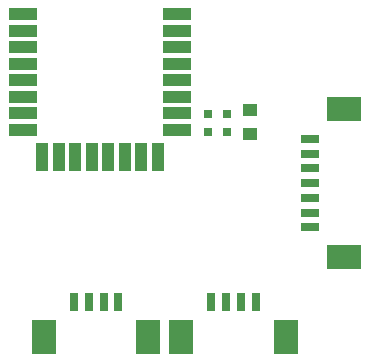
<source format=gbp>
G04 #@! TF.GenerationSoftware,KiCad,Pcbnew,no-vcs-found-bf44d39~61~ubuntu14.04.1*
G04 #@! TF.CreationDate,2018-02-05T18:36:56+01:00*
G04 #@! TF.ProjectId,beacon,626561636F6E2E6B696361645F706362,rev?*
G04 #@! TF.SameCoordinates,Original*
G04 #@! TF.FileFunction,Paste,Bot*
G04 #@! TF.FilePolarity,Positive*
%FSLAX46Y46*%
G04 Gerber Fmt 4.6, Leading zero omitted, Abs format (unit mm)*
G04 Created by KiCad (PCBNEW no-vcs-found-bf44d39~61~ubuntu14.04.1) date Mon Feb  5 18:36:56 2018*
%MOMM*%
%LPD*%
G01*
G04 APERTURE LIST*
%ADD10R,1.600000X0.800000*%
%ADD11R,3.000000X2.100000*%
%ADD12R,0.800000X1.600000*%
%ADD13R,2.100000X3.000000*%
%ADD14R,1.000000X2.450000*%
%ADD15R,2.450000X1.000000*%
%ADD16R,1.250000X1.000000*%
%ADD17R,0.750000X0.800000*%
G04 APERTURE END LIST*
D10*
X152250000Y-78750000D03*
X152250000Y-77500000D03*
X152250000Y-76250000D03*
X152250000Y-75000000D03*
X152250000Y-73750000D03*
X152250000Y-72500000D03*
X152250000Y-71250000D03*
D11*
X155150000Y-68700000D03*
X155150000Y-81300000D03*
D12*
X132300000Y-85100000D03*
X133550000Y-85100000D03*
X134800000Y-85100000D03*
X136050000Y-85100000D03*
D13*
X138600000Y-88000000D03*
X129750000Y-88000000D03*
D12*
X143925000Y-85100000D03*
X145175000Y-85100000D03*
X146425000Y-85100000D03*
X147675000Y-85100000D03*
D13*
X150225000Y-88000000D03*
X141375000Y-88000000D03*
D14*
X139400000Y-72800000D03*
X138000000Y-72800000D03*
X136600000Y-72800000D03*
X135200000Y-72800000D03*
X133800000Y-72800000D03*
X132400000Y-72800000D03*
X131000000Y-72800000D03*
X129600000Y-72800000D03*
D15*
X141000000Y-60700000D03*
X141000000Y-62100000D03*
X141000000Y-63500000D03*
X141000000Y-64900000D03*
X141000000Y-66300000D03*
X141000000Y-67700000D03*
X141000000Y-69100000D03*
X141000000Y-70500000D03*
X128000000Y-70500000D03*
X128000000Y-69100000D03*
X128000000Y-67700000D03*
X128000000Y-66300000D03*
X128000000Y-64900000D03*
X128000000Y-63500000D03*
X128000000Y-62100000D03*
X128000000Y-60700000D03*
D16*
X147200000Y-68850000D03*
X147200000Y-70850000D03*
D17*
X143600000Y-69150000D03*
X143600000Y-70650000D03*
X145250000Y-69150000D03*
X145250000Y-70650000D03*
M02*

</source>
